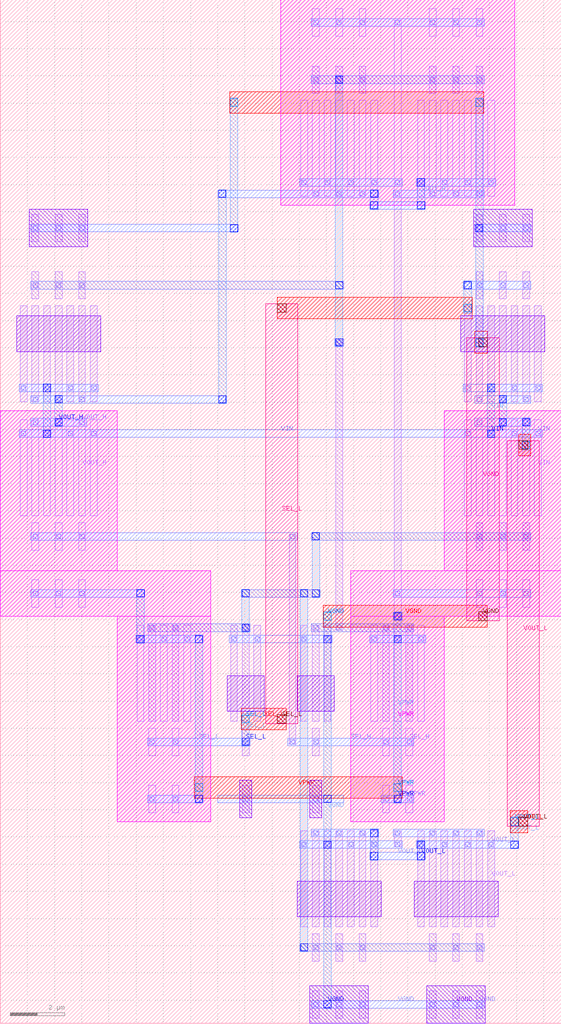
<source format=lef>
VERSION 5.7 ;
  NOWIREEXTENSIONATPIN ON ;
  DIVIDERCHAR "/" ;
  BUSBITCHARS "[]" ;
MACRO INV_4_0_0_1653188215
  CLASS BLOCK ;
  FOREIGN INV_4_0_0_1653188215 ;
  ORIGIN 0.000 0.000 ;
  SIZE 5.415 BY 7.560 ;
  OBS
      LAYER nwell ;
        RECT 0.000 0.000 3.440 7.560 ;
      LAYER pwell ;
        RECT 4.515 6.030 4.945 7.410 ;
        RECT 4.045 2.180 5.415 3.490 ;
      LAYER li1 ;
        RECT 1.165 6.215 1.415 7.225 ;
        RECT 2.025 6.215 2.275 7.225 ;
        RECT 4.605 6.215 4.855 7.225 ;
        RECT 1.165 4.115 1.415 5.125 ;
        RECT 2.025 4.115 2.275 5.125 ;
        RECT 4.605 4.115 4.855 5.125 ;
        RECT 0.735 0.335 0.985 3.865 ;
        RECT 1.165 0.335 1.415 3.865 ;
        RECT 1.595 0.335 1.845 3.865 ;
        RECT 2.025 0.335 2.275 3.865 ;
        RECT 2.455 0.335 2.705 3.865 ;
        RECT 4.175 0.335 4.425 3.865 ;
        RECT 4.605 0.335 4.855 3.865 ;
        RECT 5.035 0.335 5.285 3.865 ;
      LAYER mcon ;
        RECT 1.205 6.635 1.375 6.805 ;
        RECT 2.065 6.635 2.235 6.805 ;
        RECT 4.645 6.635 4.815 6.805 ;
        RECT 1.205 4.535 1.375 4.705 ;
        RECT 2.065 4.535 2.235 4.705 ;
        RECT 4.645 4.535 4.815 4.705 ;
        RECT 0.775 0.755 0.945 0.925 ;
        RECT 1.205 0.335 1.375 0.505 ;
        RECT 1.635 0.755 1.805 0.925 ;
        RECT 2.065 0.335 2.235 0.505 ;
        RECT 2.495 0.755 2.665 0.925 ;
        RECT 4.215 0.755 4.385 0.925 ;
        RECT 4.645 0.335 4.815 0.505 ;
        RECT 5.075 0.755 5.245 0.925 ;
      LAYER met1 ;
        RECT 1.120 6.580 2.320 6.860 ;
        RECT 3.700 6.580 4.900 6.860 ;
        RECT 1.120 4.480 4.900 4.760 ;
        RECT 0.690 0.700 2.750 0.980 ;
        RECT 4.130 0.700 5.330 0.980 ;
        RECT 1.120 0.280 4.900 0.560 ;
  END
END INV_4_0_0_1653188215
MACRO INV_4_1_0_1653188216
  CLASS BLOCK ;
  FOREIGN INV_4_1_0_1653188216 ;
  ORIGIN 0.000 0.000 ;
  SIZE 5.415 BY 7.560 ;
  OBS
      LAYER nwell ;
        RECT 0.000 0.000 3.440 7.560 ;
      LAYER pwell ;
        RECT 4.515 6.030 4.945 7.410 ;
        RECT 4.045 2.180 5.415 3.490 ;
      LAYER li1 ;
        RECT 1.165 6.215 1.415 7.225 ;
        RECT 2.025 6.215 2.275 7.225 ;
        RECT 4.605 6.215 4.855 7.225 ;
        RECT 1.165 4.115 1.415 5.125 ;
        RECT 2.025 4.115 2.275 5.125 ;
        RECT 4.605 4.115 4.855 5.125 ;
        RECT 0.735 0.335 0.985 3.865 ;
        RECT 1.165 0.335 1.415 3.865 ;
        RECT 1.595 0.335 1.845 3.865 ;
        RECT 2.025 0.335 2.275 3.865 ;
        RECT 2.455 0.335 2.705 3.865 ;
        RECT 4.175 0.335 4.425 3.865 ;
        RECT 4.605 0.335 4.855 3.865 ;
        RECT 5.035 0.335 5.285 3.865 ;
      LAYER mcon ;
        RECT 1.205 6.635 1.375 6.805 ;
        RECT 2.065 6.635 2.235 6.805 ;
        RECT 4.645 6.635 4.815 6.805 ;
        RECT 1.205 4.535 1.375 4.705 ;
        RECT 2.065 4.535 2.235 4.705 ;
        RECT 4.645 4.535 4.815 4.705 ;
        RECT 0.775 0.755 0.945 0.925 ;
        RECT 1.205 0.335 1.375 0.505 ;
        RECT 1.635 0.755 1.805 0.925 ;
        RECT 2.065 0.335 2.235 0.505 ;
        RECT 2.495 0.755 2.665 0.925 ;
        RECT 4.215 0.755 4.385 0.925 ;
        RECT 4.645 0.335 4.815 0.505 ;
        RECT 5.075 0.755 5.245 0.925 ;
      LAYER met1 ;
        RECT 1.120 6.580 2.320 6.860 ;
        RECT 3.700 6.580 4.900 6.860 ;
        RECT 1.120 4.480 4.900 4.760 ;
        RECT 0.690 0.700 2.750 0.980 ;
        RECT 4.130 0.700 5.330 0.980 ;
        RECT 1.120 0.280 4.900 0.560 ;
  END
END INV_4_1_0_1653188216
MACRO DCDC_MUX_PMOS_0_0_1653188212
  CLASS BLOCK ;
  FOREIGN DCDC_MUX_PMOS_0_0_1653188212 ;
  ORIGIN 0.000 0.160 ;
  SIZE 8.600 BY 7.720 ;
  OBS
      LAYER nwell ;
        RECT 0.000 0.000 8.600 7.560 ;
      LAYER li1 ;
        RECT 1.165 6.215 1.415 7.225 ;
        RECT 2.025 6.215 2.275 7.225 ;
        RECT 2.885 6.215 3.135 7.225 ;
        RECT 5.465 6.215 5.715 7.225 ;
        RECT 6.325 6.215 6.575 7.225 ;
        RECT 7.185 6.215 7.435 7.225 ;
        RECT 1.165 4.115 1.415 5.125 ;
        RECT 2.025 4.115 2.275 5.125 ;
        RECT 2.885 4.115 3.135 5.125 ;
        RECT 5.465 4.115 5.715 5.125 ;
        RECT 6.325 4.115 6.575 5.125 ;
        RECT 7.185 4.115 7.435 5.125 ;
        RECT 0.735 0.335 0.985 3.865 ;
        RECT 1.165 0.335 1.415 3.865 ;
        RECT 1.595 0.335 1.845 3.865 ;
        RECT 2.025 0.335 2.275 3.865 ;
        RECT 2.455 0.335 2.705 3.865 ;
        RECT 2.885 0.335 3.135 3.865 ;
        RECT 3.315 0.335 3.565 3.865 ;
        RECT 4.175 0.335 4.425 0.925 ;
        RECT 5.035 0.335 5.285 3.865 ;
        RECT 5.465 0.335 5.715 3.865 ;
        RECT 5.895 0.335 6.145 3.865 ;
        RECT 6.325 0.335 6.575 3.865 ;
        RECT 6.755 0.335 7.005 3.865 ;
        RECT 7.185 0.335 7.435 3.865 ;
        RECT 7.615 0.335 7.865 3.865 ;
      LAYER mcon ;
        RECT 1.205 6.635 1.375 6.805 ;
        RECT 2.065 6.635 2.235 6.805 ;
        RECT 2.925 6.635 3.095 6.805 ;
        RECT 5.505 6.635 5.675 6.805 ;
        RECT 6.365 6.635 6.535 6.805 ;
        RECT 7.225 6.635 7.395 6.805 ;
        RECT 1.205 4.535 1.375 4.705 ;
        RECT 2.065 4.535 2.235 4.705 ;
        RECT 2.925 4.535 3.095 4.705 ;
        RECT 5.505 4.535 5.675 4.705 ;
        RECT 6.365 4.535 6.535 4.705 ;
        RECT 7.225 4.535 7.395 4.705 ;
        RECT 0.775 0.755 0.945 0.925 ;
        RECT 1.205 0.335 1.375 0.505 ;
        RECT 1.635 0.755 1.805 0.925 ;
        RECT 2.065 0.335 2.235 0.505 ;
        RECT 2.495 0.755 2.665 0.925 ;
        RECT 2.925 0.335 3.095 0.505 ;
        RECT 3.355 0.755 3.525 0.925 ;
        RECT 4.215 0.755 4.385 0.925 ;
        RECT 4.215 0.335 4.385 0.505 ;
        RECT 5.075 0.755 5.245 0.925 ;
        RECT 5.505 0.335 5.675 0.505 ;
        RECT 5.935 0.755 6.105 0.925 ;
        RECT 6.365 0.335 6.535 0.505 ;
        RECT 6.795 0.755 6.965 0.925 ;
        RECT 7.225 0.335 7.395 0.505 ;
        RECT 7.655 0.755 7.825 0.925 ;
      LAYER met1 ;
        RECT 1.120 6.580 7.480 6.860 ;
        RECT 1.120 4.480 3.180 4.760 ;
        RECT 5.420 4.480 7.480 4.760 ;
        RECT 0.690 0.700 4.470 0.980 ;
        RECT 4.990 0.700 7.910 0.980 ;
        RECT 1.120 0.280 3.600 0.560 ;
        RECT 4.130 0.280 7.480 0.560 ;
        RECT 3.280 -0.140 5.320 0.140 ;
      LAYER via ;
        RECT 5.030 0.710 5.290 0.970 ;
        RECT 3.310 0.290 3.570 0.550 ;
        RECT 3.310 -0.130 3.570 0.130 ;
        RECT 5.030 -0.130 5.290 0.130 ;
      LAYER met2 ;
        RECT 3.300 -0.160 3.580 0.580 ;
        RECT 5.020 -0.160 5.300 1.000 ;
  END
END DCDC_MUX_PMOS_0_0_1653188212
MACRO DCDC_MUX_TGATE_0_0_1653188213
  CLASS BLOCK ;
  FOREIGN DCDC_MUX_TGATE_0_0_1653188213 ;
  ORIGIN 0.000 -0.150 ;
  SIZE 4.300 BY 14.970 ;
  OBS
      LAYER nwell ;
        RECT 0.000 7.560 4.300 15.120 ;
      LAYER pwell ;
        RECT 0.605 4.070 3.695 5.380 ;
        RECT 1.075 0.150 3.225 1.530 ;
      LAYER li1 ;
        RECT 1.165 13.775 1.415 14.785 ;
        RECT 2.025 13.775 2.275 14.785 ;
        RECT 2.885 13.775 3.135 14.785 ;
        RECT 1.165 11.675 1.415 12.685 ;
        RECT 2.025 11.675 2.275 12.685 ;
        RECT 2.885 11.675 3.135 12.685 ;
        RECT 0.735 7.895 0.985 11.425 ;
        RECT 1.165 7.895 1.415 11.425 ;
        RECT 1.595 7.895 1.845 11.425 ;
        RECT 2.025 7.895 2.275 11.425 ;
        RECT 2.455 7.895 2.705 11.425 ;
        RECT 2.885 7.895 3.135 11.425 ;
        RECT 3.315 7.895 3.565 11.425 ;
        RECT 0.735 3.695 0.985 7.225 ;
        RECT 1.165 3.695 1.415 7.225 ;
        RECT 1.595 3.695 1.845 7.225 ;
        RECT 2.025 3.695 2.275 7.225 ;
        RECT 2.455 3.695 2.705 7.225 ;
        RECT 2.885 3.695 3.135 7.225 ;
        RECT 3.315 3.695 3.565 7.225 ;
        RECT 1.165 2.435 1.415 3.445 ;
        RECT 2.025 2.435 2.275 3.445 ;
        RECT 2.885 2.435 3.135 3.445 ;
        RECT 1.165 0.335 1.415 1.345 ;
        RECT 2.025 0.335 2.275 1.345 ;
        RECT 2.885 0.335 3.135 1.345 ;
      LAYER mcon ;
        RECT 1.205 14.195 1.375 14.365 ;
        RECT 2.065 14.195 2.235 14.365 ;
        RECT 2.925 14.195 3.095 14.365 ;
        RECT 1.205 12.095 1.375 12.265 ;
        RECT 2.065 12.095 2.235 12.265 ;
        RECT 2.925 12.095 3.095 12.265 ;
        RECT 0.775 8.315 0.945 8.485 ;
        RECT 1.205 7.895 1.375 8.065 ;
        RECT 1.635 8.315 1.805 8.485 ;
        RECT 2.065 7.895 2.235 8.065 ;
        RECT 2.495 8.315 2.665 8.485 ;
        RECT 2.925 7.895 3.095 8.065 ;
        RECT 3.355 8.315 3.525 8.485 ;
        RECT 0.775 6.635 0.945 6.805 ;
        RECT 1.205 7.055 1.375 7.225 ;
        RECT 1.635 6.635 1.805 6.805 ;
        RECT 2.065 7.055 2.235 7.225 ;
        RECT 2.495 6.635 2.665 6.805 ;
        RECT 2.925 7.055 3.095 7.225 ;
        RECT 3.355 6.635 3.525 6.805 ;
        RECT 1.205 2.855 1.375 3.025 ;
        RECT 2.065 2.855 2.235 3.025 ;
        RECT 2.925 2.855 3.095 3.025 ;
        RECT 1.205 0.755 1.375 0.925 ;
        RECT 2.065 0.755 2.235 0.925 ;
        RECT 2.925 0.755 3.095 0.925 ;
      LAYER met1 ;
        RECT 1.120 14.140 3.180 14.420 ;
        RECT 1.120 12.040 3.180 12.320 ;
        RECT 0.690 8.260 3.610 8.540 ;
        RECT 1.120 7.840 3.180 8.120 ;
        RECT 1.120 7.000 3.180 7.280 ;
        RECT 0.690 6.580 3.610 6.860 ;
        RECT 1.120 2.800 3.180 3.080 ;
        RECT 1.120 0.700 3.180 0.980 ;
      LAYER via ;
        RECT 1.590 8.270 1.850 8.530 ;
        RECT 2.020 7.850 2.280 8.110 ;
        RECT 2.020 7.010 2.280 7.270 ;
        RECT 1.590 6.590 1.850 6.850 ;
      LAYER met2 ;
        RECT 1.580 6.560 1.860 8.560 ;
        RECT 2.010 6.980 2.290 8.140 ;
  END
END DCDC_MUX_TGATE_0_0_1653188213
MACRO DCDC_MUX_TGATE_1_0_1653188214
  CLASS BLOCK ;
  FOREIGN DCDC_MUX_TGATE_1_0_1653188214 ;
  ORIGIN 0.000 -0.150 ;
  SIZE 4.300 BY 14.970 ;
  OBS
      LAYER nwell ;
        RECT 0.000 7.560 4.300 15.120 ;
      LAYER pwell ;
        RECT 0.605 4.070 3.695 5.380 ;
        RECT 1.075 0.150 3.225 1.530 ;
      LAYER li1 ;
        RECT 1.165 13.775 1.415 14.785 ;
        RECT 2.025 13.775 2.275 14.785 ;
        RECT 2.885 13.775 3.135 14.785 ;
        RECT 1.165 11.675 1.415 12.685 ;
        RECT 2.025 11.675 2.275 12.685 ;
        RECT 2.885 11.675 3.135 12.685 ;
        RECT 0.735 7.895 0.985 11.425 ;
        RECT 1.165 7.895 1.415 11.425 ;
        RECT 1.595 7.895 1.845 11.425 ;
        RECT 2.025 7.895 2.275 11.425 ;
        RECT 2.455 7.895 2.705 11.425 ;
        RECT 2.885 7.895 3.135 11.425 ;
        RECT 3.315 7.895 3.565 11.425 ;
        RECT 0.735 3.695 0.985 7.225 ;
        RECT 1.165 3.695 1.415 7.225 ;
        RECT 1.595 3.695 1.845 7.225 ;
        RECT 2.025 3.695 2.275 7.225 ;
        RECT 2.455 3.695 2.705 7.225 ;
        RECT 2.885 3.695 3.135 7.225 ;
        RECT 3.315 3.695 3.565 7.225 ;
        RECT 1.165 2.435 1.415 3.445 ;
        RECT 2.025 2.435 2.275 3.445 ;
        RECT 2.885 2.435 3.135 3.445 ;
        RECT 1.165 0.335 1.415 1.345 ;
        RECT 2.025 0.335 2.275 1.345 ;
        RECT 2.885 0.335 3.135 1.345 ;
      LAYER mcon ;
        RECT 1.205 14.195 1.375 14.365 ;
        RECT 2.065 14.195 2.235 14.365 ;
        RECT 2.925 14.195 3.095 14.365 ;
        RECT 1.205 12.095 1.375 12.265 ;
        RECT 2.065 12.095 2.235 12.265 ;
        RECT 2.925 12.095 3.095 12.265 ;
        RECT 0.775 8.315 0.945 8.485 ;
        RECT 1.205 7.895 1.375 8.065 ;
        RECT 1.635 8.315 1.805 8.485 ;
        RECT 2.065 7.895 2.235 8.065 ;
        RECT 2.495 8.315 2.665 8.485 ;
        RECT 2.925 7.895 3.095 8.065 ;
        RECT 3.355 8.315 3.525 8.485 ;
        RECT 0.775 6.635 0.945 6.805 ;
        RECT 1.205 7.055 1.375 7.225 ;
        RECT 1.635 6.635 1.805 6.805 ;
        RECT 2.065 7.055 2.235 7.225 ;
        RECT 2.495 6.635 2.665 6.805 ;
        RECT 2.925 7.055 3.095 7.225 ;
        RECT 3.355 6.635 3.525 6.805 ;
        RECT 1.205 2.855 1.375 3.025 ;
        RECT 2.065 2.855 2.235 3.025 ;
        RECT 2.925 2.855 3.095 3.025 ;
        RECT 1.205 0.755 1.375 0.925 ;
        RECT 2.065 0.755 2.235 0.925 ;
        RECT 2.925 0.755 3.095 0.925 ;
      LAYER met1 ;
        RECT 1.120 14.140 3.180 14.420 ;
        RECT 1.120 12.040 3.180 12.320 ;
        RECT 0.690 8.260 3.610 8.540 ;
        RECT 1.120 7.840 3.180 8.120 ;
        RECT 1.120 7.000 3.180 7.280 ;
        RECT 0.690 6.580 3.610 6.860 ;
        RECT 1.120 2.800 3.180 3.080 ;
        RECT 1.120 0.700 3.180 0.980 ;
      LAYER via ;
        RECT 2.450 8.270 2.710 8.530 ;
        RECT 2.020 7.850 2.280 8.110 ;
        RECT 2.020 7.010 2.280 7.270 ;
        RECT 2.450 6.590 2.710 6.850 ;
      LAYER met2 ;
        RECT 2.010 6.980 2.290 8.140 ;
        RECT 2.440 6.560 2.720 8.560 ;
  END
END DCDC_MUX_TGATE_1_0_1653188214
MACRO DCDC_MUX_NMOS_0_0_1653188211
  CLASS BLOCK ;
  FOREIGN DCDC_MUX_NMOS_0_0_1653188211 ;
  ORIGIN -0.605 -0.260 ;
  SIZE 7.390 BY 7.150 ;
  OBS
      LAYER pwell ;
        RECT 1.075 6.030 3.225 7.410 ;
        RECT 5.375 6.030 7.525 7.410 ;
        RECT 0.605 2.180 3.695 3.490 ;
        RECT 4.905 2.180 7.995 3.490 ;
      LAYER li1 ;
        RECT 1.165 6.215 1.415 7.225 ;
        RECT 2.025 6.215 2.275 7.225 ;
        RECT 2.885 6.215 3.135 7.225 ;
        RECT 5.465 6.215 5.715 7.225 ;
        RECT 6.325 6.215 6.575 7.225 ;
        RECT 7.185 6.215 7.435 7.225 ;
        RECT 1.165 4.115 1.415 5.125 ;
        RECT 2.025 4.115 2.275 5.125 ;
        RECT 2.885 4.115 3.135 5.125 ;
        RECT 5.465 4.115 5.715 5.125 ;
        RECT 6.325 4.115 6.575 5.125 ;
        RECT 7.185 4.115 7.435 5.125 ;
        RECT 0.735 0.335 0.985 3.865 ;
        RECT 1.165 0.335 1.415 3.865 ;
        RECT 1.595 0.335 1.845 3.865 ;
        RECT 2.025 0.335 2.275 3.865 ;
        RECT 2.455 0.335 2.705 3.865 ;
        RECT 2.885 0.335 3.135 3.865 ;
        RECT 3.315 0.335 3.565 3.865 ;
        RECT 4.175 0.335 4.425 0.925 ;
        RECT 5.035 0.335 5.285 3.865 ;
        RECT 5.465 0.335 5.715 3.865 ;
        RECT 5.895 0.335 6.145 3.865 ;
        RECT 6.325 0.335 6.575 3.865 ;
        RECT 6.755 0.335 7.005 3.865 ;
        RECT 7.185 0.335 7.435 3.865 ;
        RECT 7.615 0.335 7.865 3.865 ;
      LAYER mcon ;
        RECT 1.205 6.635 1.375 6.805 ;
        RECT 2.065 6.635 2.235 6.805 ;
        RECT 2.925 6.635 3.095 6.805 ;
        RECT 5.505 6.635 5.675 6.805 ;
        RECT 6.365 6.635 6.535 6.805 ;
        RECT 7.225 6.635 7.395 6.805 ;
        RECT 1.205 4.535 1.375 4.705 ;
        RECT 2.065 4.535 2.235 4.705 ;
        RECT 2.925 4.535 3.095 4.705 ;
        RECT 5.505 4.535 5.675 4.705 ;
        RECT 6.365 4.535 6.535 4.705 ;
        RECT 7.225 4.535 7.395 4.705 ;
        RECT 0.775 0.755 0.945 0.925 ;
        RECT 1.205 0.335 1.375 0.505 ;
        RECT 1.635 0.755 1.805 0.925 ;
        RECT 2.065 0.335 2.235 0.505 ;
        RECT 2.495 0.755 2.665 0.925 ;
        RECT 2.925 0.335 3.095 0.505 ;
        RECT 3.355 0.755 3.525 0.925 ;
        RECT 4.215 0.755 4.385 0.925 ;
        RECT 4.215 0.335 4.385 0.505 ;
        RECT 5.075 0.755 5.245 0.925 ;
        RECT 5.505 0.335 5.675 0.505 ;
        RECT 5.935 0.755 6.105 0.925 ;
        RECT 6.365 0.335 6.535 0.505 ;
        RECT 6.795 0.755 6.965 0.925 ;
        RECT 7.225 0.335 7.395 0.505 ;
        RECT 7.655 0.755 7.825 0.925 ;
      LAYER met1 ;
        RECT 1.120 6.580 7.480 6.860 ;
        RECT 1.120 4.480 3.180 4.760 ;
        RECT 5.420 4.480 7.480 4.760 ;
        RECT 3.280 1.120 5.320 1.400 ;
        RECT 0.690 0.700 4.470 0.980 ;
        RECT 4.990 0.700 7.910 0.980 ;
        RECT 1.120 0.280 3.600 0.560 ;
        RECT 4.130 0.280 7.480 0.560 ;
      LAYER via ;
        RECT 3.310 1.130 3.570 1.390 ;
        RECT 5.030 1.130 5.290 1.390 ;
        RECT 5.030 0.710 5.290 0.970 ;
        RECT 3.310 0.290 3.570 0.550 ;
      LAYER met2 ;
        RECT 3.300 0.260 3.580 1.420 ;
        RECT 5.020 0.680 5.300 1.420 ;
  END
END DCDC_MUX_NMOS_0_0_1653188211
MACRO DCDC_MUX
  CLASS BLOCK ;
  FOREIGN DCDC_MUX ;
  ORIGIN 0.000 -0.150 ;
  SIZE 20.640 BY 37.650 ;
  PIN SEL_H
    ANTENNAGATEAREA 1.890000 ;
    PORT
      LAYER li1 ;
        RECT 1.165 17.555 1.415 18.565 ;
        RECT 2.025 17.555 2.275 18.565 ;
        RECT 2.885 17.555 3.135 18.565 ;
        RECT 10.625 10.415 10.875 18.145 ;
        RECT 11.485 9.995 11.735 11.005 ;
        RECT 14.065 9.995 14.315 11.005 ;
        RECT 14.925 9.995 15.175 11.005 ;
      LAYER mcon ;
        RECT 1.205 17.975 1.375 18.145 ;
        RECT 2.065 17.975 2.235 18.145 ;
        RECT 2.925 17.975 3.095 18.145 ;
        RECT 10.665 17.975 10.835 18.145 ;
        RECT 10.665 10.415 10.835 10.585 ;
        RECT 11.525 10.415 11.695 10.585 ;
        RECT 14.105 10.415 14.275 10.585 ;
        RECT 14.965 10.415 15.135 10.585 ;
      LAYER met1 ;
        RECT 1.120 17.920 10.920 18.200 ;
        RECT 10.580 10.360 15.220 10.640 ;
    END
  END SEL_H
  PIN VGND
    USE GROUND ;
    PORT
      LAYER pwell ;
        RECT 1.075 28.710 3.225 30.090 ;
        RECT 17.415 28.710 19.565 30.090 ;
        RECT 8.815 7.710 9.245 9.090 ;
        RECT 11.395 7.710 11.825 9.090 ;
        RECT 11.395 0.150 13.545 1.530 ;
        RECT 15.695 0.150 17.845 1.530 ;
      LAYER li1 ;
        RECT 1.165 28.895 1.415 29.905 ;
        RECT 2.025 28.895 2.275 29.905 ;
        RECT 2.885 28.895 3.135 29.905 ;
        RECT 17.505 28.895 17.755 29.905 ;
        RECT 18.365 28.895 18.615 29.905 ;
        RECT 19.225 28.895 19.475 29.905 ;
        RECT 8.475 11.255 8.725 14.785 ;
        RECT 9.335 11.255 9.585 14.785 ;
        RECT 11.055 11.255 11.305 14.785 ;
        RECT 11.915 11.255 12.165 14.785 ;
        RECT 8.905 7.895 9.155 8.905 ;
        RECT 11.485 7.895 11.735 8.905 ;
        RECT 11.055 3.695 11.305 7.225 ;
        RECT 11.915 3.695 12.165 7.225 ;
        RECT 12.775 3.695 13.025 7.225 ;
        RECT 13.635 3.695 13.885 7.225 ;
        RECT 14.495 6.635 14.745 7.225 ;
        RECT 15.785 3.695 16.035 7.225 ;
        RECT 16.645 3.695 16.895 7.225 ;
        RECT 17.505 3.695 17.755 7.225 ;
        RECT 11.485 0.335 11.735 1.345 ;
        RECT 12.345 0.335 12.595 1.345 ;
        RECT 13.205 0.335 13.455 1.345 ;
        RECT 15.785 0.335 16.035 1.345 ;
        RECT 16.645 0.335 16.895 1.345 ;
        RECT 17.505 0.335 17.755 1.345 ;
      LAYER mcon ;
        RECT 1.205 29.315 1.375 29.485 ;
        RECT 2.065 29.315 2.235 29.485 ;
        RECT 2.925 29.315 3.095 29.485 ;
        RECT 17.545 29.315 17.715 29.485 ;
        RECT 18.405 29.315 18.575 29.485 ;
        RECT 19.265 29.315 19.435 29.485 ;
        RECT 8.515 14.195 8.685 14.365 ;
        RECT 9.375 14.195 9.545 14.365 ;
        RECT 11.095 14.195 11.265 14.365 ;
        RECT 11.955 14.195 12.125 14.365 ;
        RECT 8.945 8.315 9.115 8.485 ;
        RECT 11.525 8.315 11.695 8.485 ;
        RECT 11.095 6.635 11.265 6.805 ;
        RECT 11.955 6.635 12.125 6.805 ;
        RECT 12.815 6.635 12.985 6.805 ;
        RECT 13.675 6.635 13.845 6.805 ;
        RECT 14.535 7.055 14.705 7.225 ;
        RECT 14.535 6.635 14.705 6.805 ;
        RECT 15.825 7.055 15.995 7.225 ;
        RECT 16.685 7.055 16.855 7.225 ;
        RECT 17.545 7.055 17.715 7.225 ;
        RECT 11.525 0.755 11.695 0.925 ;
        RECT 12.385 0.755 12.555 0.925 ;
        RECT 13.245 0.755 13.415 0.925 ;
        RECT 15.825 0.755 15.995 0.925 ;
        RECT 16.685 0.755 16.855 0.925 ;
        RECT 17.545 0.755 17.715 0.925 ;
      LAYER met1 ;
        RECT 1.120 29.260 8.760 29.540 ;
        RECT 17.460 29.260 19.520 29.540 ;
        RECT 8.430 14.140 12.210 14.420 ;
        RECT 8.000 8.260 12.640 8.540 ;
        RECT 14.450 7.000 17.800 7.280 ;
        RECT 11.010 6.580 14.790 6.860 ;
        RECT 11.440 0.700 17.800 0.980 ;
      LAYER via ;
        RECT 8.470 29.270 8.730 29.530 ;
        RECT 17.500 29.270 17.760 29.530 ;
        RECT 11.910 14.150 12.170 14.410 ;
        RECT 11.910 8.270 12.170 8.530 ;
        RECT 11.910 6.590 12.170 6.850 ;
        RECT 11.910 0.710 12.170 0.970 ;
      LAYER met2 ;
        RECT 8.460 29.240 8.740 34.205 ;
        RECT 17.490 25.015 17.770 34.205 ;
        RECT 11.900 0.680 12.180 15.305 ;
      LAYER via2 ;
        RECT 8.460 33.880 8.740 34.160 ;
        RECT 17.490 33.880 17.770 34.160 ;
        RECT 17.490 25.060 17.770 25.340 ;
        RECT 11.900 14.980 12.180 15.260 ;
      LAYER met3 ;
        RECT 8.435 33.620 17.795 34.420 ;
        RECT 17.465 24.800 17.925 25.600 ;
        RECT 11.875 14.720 17.925 15.520 ;
      LAYER via3 ;
        RECT 17.600 25.040 17.920 25.360 ;
        RECT 17.600 14.960 17.920 15.280 ;
      LAYER met4 ;
        RECT 17.170 14.955 18.350 25.365 ;
    END
  END VGND
  PIN VPWR
    USE POWER ;
    PORT
      LAYER nwell ;
        RECT 10.320 30.240 18.920 37.800 ;
        RECT 0.000 16.800 4.300 22.680 ;
        RECT 16.340 16.800 20.640 22.680 ;
        RECT 0.000 15.120 7.740 16.800 ;
        RECT 4.300 7.560 7.740 15.120 ;
        RECT 12.900 15.120 20.640 16.800 ;
        RECT 12.900 7.560 16.340 15.120 ;
      LAYER li1 ;
        RECT 11.485 36.455 11.735 37.465 ;
        RECT 12.345 36.455 12.595 37.465 ;
        RECT 13.205 36.455 13.455 37.465 ;
        RECT 11.055 30.575 11.305 34.105 ;
        RECT 11.915 30.575 12.165 34.105 ;
        RECT 12.775 30.575 13.025 34.105 ;
        RECT 13.635 30.575 13.885 34.105 ;
        RECT 1.165 15.455 1.415 16.465 ;
        RECT 2.025 15.455 2.275 16.465 ;
        RECT 2.885 15.455 3.135 16.465 ;
        RECT 14.495 15.035 14.745 37.045 ;
        RECT 15.785 36.455 16.035 37.465 ;
        RECT 16.645 36.455 16.895 37.465 ;
        RECT 17.505 36.455 17.755 37.465 ;
        RECT 15.785 30.575 16.035 34.105 ;
        RECT 16.645 30.575 16.895 34.105 ;
        RECT 17.505 30.575 17.755 34.105 ;
        RECT 17.505 15.455 17.755 16.465 ;
        RECT 18.365 15.455 18.615 16.465 ;
        RECT 19.225 15.455 19.475 16.465 ;
        RECT 5.035 11.255 5.285 14.785 ;
        RECT 5.895 11.255 6.145 14.785 ;
        RECT 6.755 11.255 7.005 14.785 ;
        RECT 13.635 11.255 13.885 14.785 ;
        RECT 14.495 11.255 14.745 14.785 ;
        RECT 15.355 11.255 15.605 14.785 ;
        RECT 5.465 7.895 5.715 8.905 ;
        RECT 6.325 7.895 6.575 8.905 ;
        RECT 14.065 7.895 14.315 8.905 ;
        RECT 14.925 7.895 15.175 8.905 ;
      LAYER mcon ;
        RECT 11.525 36.875 11.695 37.045 ;
        RECT 12.385 36.875 12.555 37.045 ;
        RECT 13.245 36.875 13.415 37.045 ;
        RECT 14.535 36.875 14.705 37.045 ;
        RECT 11.095 30.995 11.265 31.165 ;
        RECT 11.955 30.995 12.125 31.165 ;
        RECT 12.815 30.995 12.985 31.165 ;
        RECT 13.675 30.995 13.845 31.165 ;
        RECT 15.825 36.875 15.995 37.045 ;
        RECT 16.685 36.875 16.855 37.045 ;
        RECT 17.545 36.875 17.715 37.045 ;
        RECT 14.535 30.995 14.705 31.165 ;
        RECT 14.535 30.575 14.705 30.745 ;
        RECT 15.825 30.575 15.995 30.745 ;
        RECT 16.685 30.575 16.855 30.745 ;
        RECT 17.545 30.575 17.715 30.745 ;
        RECT 1.205 15.875 1.375 16.045 ;
        RECT 2.065 15.875 2.235 16.045 ;
        RECT 2.925 15.875 3.095 16.045 ;
        RECT 14.535 15.875 14.705 16.045 ;
        RECT 17.545 15.875 17.715 16.045 ;
        RECT 18.405 15.875 18.575 16.045 ;
        RECT 19.265 15.875 19.435 16.045 ;
        RECT 14.535 15.035 14.705 15.205 ;
        RECT 5.075 14.195 5.245 14.365 ;
        RECT 5.935 14.195 6.105 14.365 ;
        RECT 6.795 14.195 6.965 14.365 ;
        RECT 13.675 14.195 13.845 14.365 ;
        RECT 14.535 14.195 14.705 14.365 ;
        RECT 15.395 14.195 15.565 14.365 ;
        RECT 5.505 8.315 5.675 8.485 ;
        RECT 6.365 8.315 6.535 8.485 ;
        RECT 14.105 8.315 14.275 8.485 ;
        RECT 14.965 8.315 15.135 8.485 ;
      LAYER met1 ;
        RECT 11.440 36.820 17.800 37.100 ;
        RECT 11.010 30.940 14.790 31.220 ;
        RECT 14.450 30.520 17.800 30.800 ;
        RECT 1.120 15.820 5.320 16.100 ;
        RECT 14.450 15.820 19.520 16.100 ;
        RECT 14.450 14.980 14.790 15.260 ;
        RECT 4.990 14.140 7.470 14.420 ;
        RECT 13.590 14.140 15.650 14.420 ;
        RECT 5.420 8.260 7.470 8.540 ;
        RECT 14.020 8.260 15.220 8.540 ;
      LAYER via ;
        RECT 5.030 15.830 5.290 16.090 ;
        RECT 14.490 14.990 14.750 15.250 ;
        RECT 5.030 14.150 5.290 14.410 ;
        RECT 7.180 14.150 7.440 14.410 ;
        RECT 14.490 14.150 14.750 14.410 ;
        RECT 7.180 8.270 7.440 8.530 ;
        RECT 14.490 8.270 14.750 8.530 ;
      LAYER met2 ;
        RECT 5.020 14.120 5.300 16.120 ;
        RECT 7.170 8.240 7.450 14.440 ;
        RECT 14.480 8.240 14.760 15.280 ;
      LAYER via2 ;
        RECT 7.170 8.680 7.450 8.960 ;
        RECT 14.480 8.680 14.760 8.960 ;
      LAYER met3 ;
        RECT 7.145 8.420 14.785 9.220 ;
    END
  END VPWR
  PIN SEL_L
    ANTENNAGATEAREA 1.890000 ;
    PORT
      LAYER li1 ;
        RECT 17.505 26.795 17.755 27.805 ;
        RECT 18.365 26.795 18.615 27.805 ;
        RECT 19.225 26.795 19.475 27.805 ;
        RECT 5.465 9.995 5.715 11.005 ;
        RECT 6.325 9.995 6.575 11.005 ;
        RECT 8.905 9.995 9.155 11.005 ;
      LAYER mcon ;
        RECT 17.545 27.215 17.715 27.385 ;
        RECT 18.405 27.215 18.575 27.385 ;
        RECT 19.265 27.215 19.435 27.385 ;
        RECT 5.505 10.415 5.675 10.585 ;
        RECT 6.365 10.415 6.535 10.585 ;
        RECT 8.945 10.415 9.115 10.585 ;
      LAYER met1 ;
        RECT 17.040 27.160 19.520 27.440 ;
        RECT 5.420 10.360 9.200 10.640 ;
      LAYER via ;
        RECT 17.070 27.170 17.330 27.430 ;
        RECT 8.900 10.370 9.160 10.630 ;
      LAYER met2 ;
        RECT 17.060 26.275 17.340 27.460 ;
        RECT 8.890 10.340 9.170 11.525 ;
      LAYER via2 ;
        RECT 17.060 26.320 17.340 26.600 ;
        RECT 8.890 11.200 9.170 11.480 ;
      LAYER met3 ;
        RECT 10.195 26.060 17.365 26.860 ;
        RECT 8.865 10.940 10.525 11.740 ;
      LAYER via3 ;
        RECT 10.200 26.300 10.520 26.620 ;
        RECT 10.200 11.180 10.520 11.500 ;
      LAYER met4 ;
        RECT 9.770 11.175 10.950 26.625 ;
    END
  END SEL_L
  PIN VOUT_H
    ANTENNADIFFAREA 3.790500 ;
    PORT
      LAYER li1 ;
        RECT 11.485 30.575 11.735 34.105 ;
        RECT 12.345 30.575 12.595 34.105 ;
        RECT 13.205 30.575 13.455 34.105 ;
        RECT 15.355 30.575 15.605 34.105 ;
        RECT 16.215 30.575 16.465 34.105 ;
        RECT 17.075 30.575 17.325 34.105 ;
        RECT 17.935 30.575 18.185 34.105 ;
        RECT 1.165 23.015 1.415 26.545 ;
        RECT 2.025 23.015 2.275 26.545 ;
        RECT 2.885 23.015 3.135 26.545 ;
        RECT 1.165 18.815 1.415 22.345 ;
        RECT 2.025 18.815 2.275 22.345 ;
        RECT 2.885 18.815 3.135 22.345 ;
      LAYER mcon ;
        RECT 11.525 30.575 11.695 30.745 ;
        RECT 12.385 30.575 12.555 30.745 ;
        RECT 13.245 30.575 13.415 30.745 ;
        RECT 15.395 30.995 15.565 31.165 ;
        RECT 16.255 30.995 16.425 31.165 ;
        RECT 17.115 30.995 17.285 31.165 ;
        RECT 17.975 30.995 18.145 31.165 ;
        RECT 1.205 23.015 1.375 23.185 ;
        RECT 2.065 23.015 2.235 23.185 ;
        RECT 2.925 23.015 3.095 23.185 ;
        RECT 1.205 22.175 1.375 22.345 ;
        RECT 2.065 22.175 2.235 22.345 ;
        RECT 2.925 22.175 3.095 22.345 ;
      LAYER met1 ;
        RECT 15.310 30.940 18.230 31.220 ;
        RECT 8.010 30.520 13.920 30.800 ;
        RECT 13.600 30.100 15.640 30.380 ;
        RECT 1.120 22.960 8.330 23.240 ;
        RECT 1.120 22.120 3.180 22.400 ;
      LAYER via ;
        RECT 15.350 30.950 15.610 31.210 ;
        RECT 8.040 30.530 8.300 30.790 ;
        RECT 13.630 30.530 13.890 30.790 ;
        RECT 13.630 30.110 13.890 30.370 ;
        RECT 15.350 30.110 15.610 30.370 ;
        RECT 2.020 22.970 2.280 23.230 ;
        RECT 8.040 22.970 8.300 23.230 ;
        RECT 2.020 22.130 2.280 22.390 ;
      LAYER met2 ;
        RECT 2.010 22.100 2.290 23.260 ;
        RECT 8.030 22.940 8.310 30.820 ;
        RECT 13.620 30.080 13.900 30.820 ;
        RECT 15.340 30.080 15.620 31.240 ;
    END
  END VOUT_H
  PIN VIN
    ANTENNADIFFAREA 4.578000 ;
    PORT
      LAYER li1 ;
        RECT 0.735 23.015 0.985 26.545 ;
        RECT 1.595 23.015 1.845 26.545 ;
        RECT 2.455 23.015 2.705 26.545 ;
        RECT 3.315 23.015 3.565 26.545 ;
        RECT 17.075 23.015 17.325 26.545 ;
        RECT 17.935 23.015 18.185 26.545 ;
        RECT 18.795 23.015 19.045 26.545 ;
        RECT 19.655 23.015 19.905 26.545 ;
        RECT 0.735 18.815 0.985 22.345 ;
        RECT 1.595 18.815 1.845 22.345 ;
        RECT 2.455 18.815 2.705 22.345 ;
        RECT 3.315 18.815 3.565 22.345 ;
        RECT 17.075 18.815 17.325 22.345 ;
        RECT 17.935 18.815 18.185 22.345 ;
        RECT 18.795 18.815 19.045 22.345 ;
        RECT 19.655 18.815 19.905 22.345 ;
      LAYER mcon ;
        RECT 0.775 23.435 0.945 23.605 ;
        RECT 1.635 23.435 1.805 23.605 ;
        RECT 2.495 23.435 2.665 23.605 ;
        RECT 3.355 23.435 3.525 23.605 ;
        RECT 17.115 23.435 17.285 23.605 ;
        RECT 17.975 23.435 18.145 23.605 ;
        RECT 18.835 23.435 19.005 23.605 ;
        RECT 19.695 23.435 19.865 23.605 ;
        RECT 0.775 21.755 0.945 21.925 ;
        RECT 1.635 21.755 1.805 21.925 ;
        RECT 2.495 21.755 2.665 21.925 ;
        RECT 3.355 21.755 3.525 21.925 ;
        RECT 17.115 21.755 17.285 21.925 ;
        RECT 17.975 21.755 18.145 21.925 ;
        RECT 18.835 21.755 19.005 21.925 ;
        RECT 19.695 21.755 19.865 21.925 ;
      LAYER met1 ;
        RECT 0.690 23.380 3.610 23.660 ;
        RECT 17.030 23.380 19.950 23.660 ;
        RECT 0.690 21.700 19.950 21.980 ;
      LAYER via ;
        RECT 1.590 23.390 1.850 23.650 ;
        RECT 17.930 23.390 18.190 23.650 ;
        RECT 1.590 21.710 1.850 21.970 ;
        RECT 17.930 21.710 18.190 21.970 ;
      LAYER met2 ;
        RECT 1.580 21.680 1.860 23.680 ;
        RECT 17.920 21.680 18.200 23.680 ;
    END
  END VIN
  PIN VOUT_L
    ANTENNADIFFAREA 3.790500 ;
    PORT
      LAYER li1 ;
        RECT 17.505 23.015 17.755 26.545 ;
        RECT 18.365 23.015 18.615 26.545 ;
        RECT 19.225 23.015 19.475 26.545 ;
        RECT 17.505 18.815 17.755 22.345 ;
        RECT 18.365 18.815 18.615 22.345 ;
        RECT 19.225 18.815 19.475 22.345 ;
        RECT 11.485 3.695 11.735 7.225 ;
        RECT 12.345 3.695 12.595 7.225 ;
        RECT 13.205 3.695 13.455 7.225 ;
        RECT 15.355 3.695 15.605 7.225 ;
        RECT 16.215 3.695 16.465 7.225 ;
        RECT 17.075 3.695 17.325 7.225 ;
        RECT 17.935 3.695 18.185 7.225 ;
      LAYER mcon ;
        RECT 17.545 23.015 17.715 23.185 ;
        RECT 18.405 23.015 18.575 23.185 ;
        RECT 19.265 23.015 19.435 23.185 ;
        RECT 17.545 22.175 17.715 22.345 ;
        RECT 18.405 22.175 18.575 22.345 ;
        RECT 19.265 22.175 19.435 22.345 ;
        RECT 11.525 7.055 11.695 7.225 ;
        RECT 12.385 7.055 12.555 7.225 ;
        RECT 13.245 7.055 13.415 7.225 ;
        RECT 15.395 6.635 15.565 6.805 ;
        RECT 16.255 6.635 16.425 6.805 ;
        RECT 17.115 6.635 17.285 6.805 ;
        RECT 17.975 6.635 18.145 6.805 ;
      LAYER met1 ;
        RECT 17.460 22.960 19.520 23.240 ;
        RECT 17.460 22.120 19.520 22.400 ;
        RECT 11.440 7.000 13.920 7.280 ;
        RECT 15.310 6.580 19.080 6.860 ;
        RECT 13.600 6.160 15.640 6.440 ;
      LAYER via ;
        RECT 18.360 22.970 18.620 23.230 ;
        RECT 18.360 22.130 18.620 22.390 ;
        RECT 19.220 22.130 19.480 22.390 ;
        RECT 13.630 7.010 13.890 7.270 ;
        RECT 15.350 6.590 15.610 6.850 ;
        RECT 18.790 6.590 19.050 6.850 ;
        RECT 13.630 6.170 13.890 6.430 ;
        RECT 15.350 6.170 15.610 6.430 ;
      LAYER met2 ;
        RECT 18.350 22.100 18.630 23.260 ;
        RECT 19.210 21.235 19.490 22.420 ;
        RECT 13.620 6.140 13.900 7.300 ;
        RECT 15.340 6.140 15.620 6.880 ;
        RECT 18.780 6.560 19.060 7.745 ;
      LAYER via2 ;
        RECT 19.210 21.280 19.490 21.560 ;
        RECT 18.780 7.420 19.060 7.700 ;
      LAYER met3 ;
        RECT 19.075 21.020 19.515 21.820 ;
        RECT 18.755 7.160 19.405 7.960 ;
      LAYER via3 ;
        RECT 19.080 21.260 19.400 21.580 ;
        RECT 19.080 7.400 19.400 7.720 ;
      LAYER met4 ;
        RECT 18.650 7.395 19.830 21.585 ;
    END
  END VOUT_L
  OBS
      LAYER pwell ;
        RECT 0.605 24.860 3.695 26.170 ;
        RECT 16.945 24.860 20.035 26.170 ;
        RECT 8.345 11.630 9.715 12.940 ;
        RECT 10.925 11.630 12.295 12.940 ;
        RECT 10.925 4.070 14.015 5.380 ;
        RECT 15.225 4.070 18.315 5.380 ;
      LAYER li1 ;
        RECT 11.485 34.355 11.735 35.365 ;
        RECT 12.345 34.355 12.595 35.365 ;
        RECT 13.205 34.355 13.455 35.365 ;
        RECT 15.785 34.355 16.035 35.365 ;
        RECT 16.645 34.355 16.895 35.365 ;
        RECT 17.505 34.355 17.755 35.365 ;
        RECT 1.165 26.795 1.415 27.805 ;
        RECT 2.025 26.795 2.275 27.805 ;
        RECT 2.885 26.795 3.135 27.805 ;
        RECT 5.465 11.255 5.715 14.785 ;
        RECT 6.325 11.255 6.575 14.785 ;
        RECT 8.905 11.255 9.155 14.785 ;
        RECT 11.485 11.255 11.735 14.785 ;
        RECT 12.345 14.615 12.595 25.285 ;
        RECT 17.505 17.555 17.755 18.565 ;
        RECT 18.365 17.555 18.615 18.565 ;
        RECT 19.225 17.555 19.475 18.565 ;
        RECT 14.065 11.255 14.315 14.785 ;
        RECT 14.925 11.255 15.175 14.785 ;
        RECT 11.485 2.435 11.735 3.445 ;
        RECT 12.345 2.435 12.595 3.445 ;
        RECT 13.205 2.435 13.455 3.445 ;
        RECT 15.785 2.435 16.035 3.445 ;
        RECT 16.645 2.435 16.895 3.445 ;
        RECT 17.505 2.435 17.755 3.445 ;
      LAYER mcon ;
        RECT 11.525 34.775 11.695 34.945 ;
        RECT 12.385 34.775 12.555 34.945 ;
        RECT 13.245 34.775 13.415 34.945 ;
        RECT 15.825 34.775 15.995 34.945 ;
        RECT 16.685 34.775 16.855 34.945 ;
        RECT 17.545 34.775 17.715 34.945 ;
        RECT 1.205 27.215 1.375 27.385 ;
        RECT 2.065 27.215 2.235 27.385 ;
        RECT 2.925 27.215 3.095 27.385 ;
        RECT 12.385 25.115 12.555 25.285 ;
        RECT 17.545 17.975 17.715 18.145 ;
        RECT 18.405 17.975 18.575 18.145 ;
        RECT 19.265 17.975 19.435 18.145 ;
        RECT 5.505 14.615 5.675 14.785 ;
        RECT 6.365 14.615 6.535 14.785 ;
        RECT 8.945 14.615 9.115 14.785 ;
        RECT 11.525 14.615 11.695 14.785 ;
        RECT 12.385 14.615 12.555 14.785 ;
        RECT 14.105 14.615 14.275 14.785 ;
        RECT 14.965 14.615 15.135 14.785 ;
        RECT 11.525 2.855 11.695 3.025 ;
        RECT 12.385 2.855 12.555 3.025 ;
        RECT 13.245 2.855 13.415 3.025 ;
        RECT 15.825 2.855 15.995 3.025 ;
        RECT 16.685 2.855 16.855 3.025 ;
        RECT 17.545 2.855 17.715 3.025 ;
      LAYER met1 ;
        RECT 11.440 34.720 17.800 35.000 ;
        RECT 1.120 27.160 12.630 27.440 ;
        RECT 12.300 25.060 12.640 25.340 ;
        RECT 11.450 17.920 19.520 18.200 ;
        RECT 8.870 15.820 11.770 16.100 ;
        RECT 5.420 14.560 9.200 14.840 ;
        RECT 11.440 14.560 15.220 14.840 ;
        RECT 11.020 2.800 17.800 3.080 ;
      LAYER via ;
        RECT 12.340 34.730 12.600 34.990 ;
        RECT 12.340 27.170 12.600 27.430 ;
        RECT 12.340 25.070 12.600 25.330 ;
        RECT 11.480 17.930 11.740 18.190 ;
        RECT 8.900 15.830 9.160 16.090 ;
        RECT 11.050 15.830 11.310 16.090 ;
        RECT 11.480 15.830 11.740 16.090 ;
        RECT 8.900 14.570 9.160 14.830 ;
        RECT 11.050 2.810 11.310 3.070 ;
      LAYER met2 ;
        RECT 12.330 25.040 12.610 35.020 ;
        RECT 8.890 14.540 9.170 16.120 ;
        RECT 11.040 2.780 11.320 16.120 ;
        RECT 11.470 15.800 11.750 18.220 ;
  END
END DCDC_MUX
END LIBRARY

</source>
